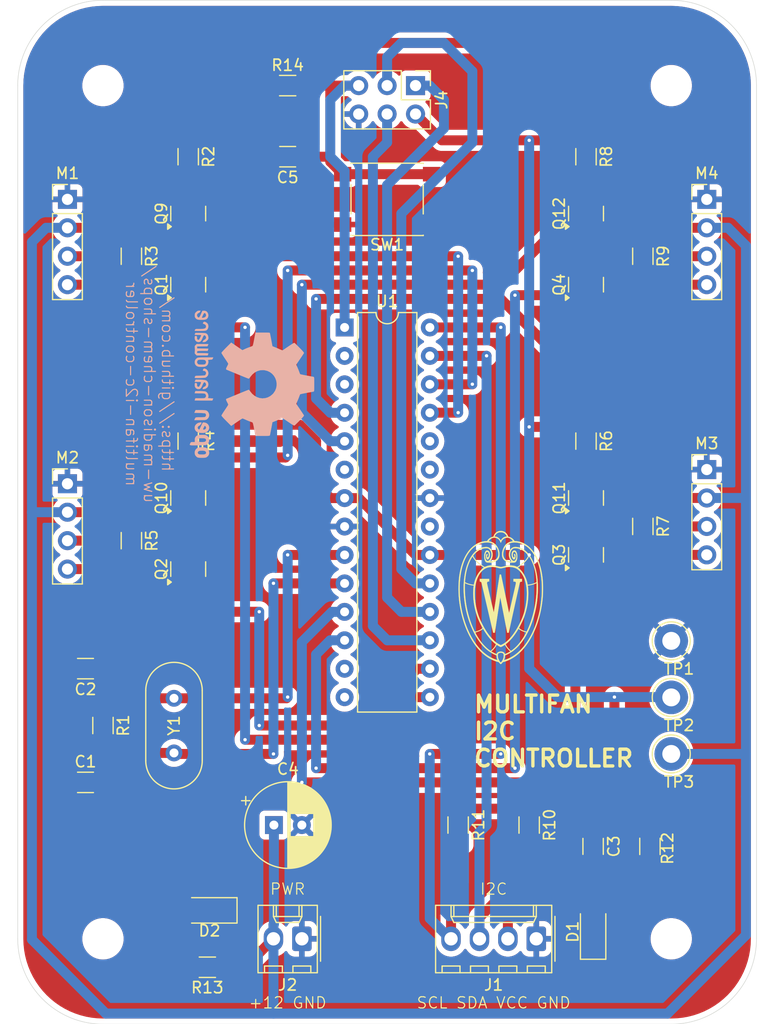
<source format=kicad_pcb>
(kicad_pcb (version 20240108) (generator "pcbnew") (generator_version "8.0")
  (title_block (title "Multifan I2C Controller") (date "2024-05-09") (rev "A") (company "University of Wisconsin-Madison") (comment 1 "Department of Chemistry") (comment 2 "Blaise Thompson") (comment 3 "blaise.thompson@wisc.edu"))
  (layers (0 "F.Cu" signal) (31 "B.Cu" signal) (34 "B.Paste" user) (35 "F.Paste" user) (36 "B.SilkS" user "B.Silkscreen") (37 "F.SilkS" user "F.Silkscreen") (38 "B.Mask" user) (39 "F.Mask" user) (44 "Edge.Cuts" user))
  (net 0 "")
  (net 1 "Net-(U1-XTAL2{slash}PB7)")
  (net 2 "GND")
  (net 3 "Net-(U1-XTAL1{slash}PB6)")
  (net 4 "VCC")
  (net 5 "+12V")
  (net 6 "RESET")
  (net 7 "Net-(D1-A)")
  (net 8 "Net-(D2-A)")
  (net 9 "MISO")
  (net 10 "SCK")
  (net 11 "MOSI")
  (net 12 "Net-(M1-Tacho)")
  (net 13 "/fan/PWM")
  (net 14 "/fan1/PWM")
  (net 15 "Net-(M2-Tacho)")
  (net 16 "/fan2/PWM")
  (net 17 "Net-(M3-Tacho)")
  (net 18 "Net-(M4-Tacho)")
  (net 19 "/fan3/PWM")
  (net 20 "/fan/TACHO")
  (net 21 "/fan1/TACHO")
  (net 22 "/fan2/TACHO")
  (net 23 "/fan3/TACHO")
  (net 24 "SDA")
  (net 25 "SCL")
  (net 34 "Net-(M1-PWM)")
  (net 35 "Net-(M2-PWM)")
  (net 36 "Net-(M3-PWM)")
  (net 37 "Net-(M4-PWM)")
  (footprint "Capacitor_SMD:C_1206_3216Metric_Pad1.33x1.80mm_HandSolder" (layer "F.Cu") (at 74.6375 113.03)
    (property "Reference" "C1" (at 0 -1.85 0) (layer "F.SilkS"))
    (property "Value" "20p")
    (pad "1" smd roundrect (at -1.5625 0) (size 1.325 1.8) (layers "F.Cu" "F.Paste" "F.Mask") (roundrect_rratio 0.188679) (net 2 "GND"))
    (pad "2" smd roundrect (at 1.5625 0) (size 1.325 1.8) (layers "F.Cu" "F.Paste" "F.Mask") (roundrect_rratio 0.188679) (net 1 "Net-(U1-XTAL2{slash}PB7)"))
  )
  (footprint "Resistor_SMD:R_1206_3216Metric" (layer "F.Cu") (at 92.71 50.8)
    (property "Reference" "R14" (at 0 -1.82 0) (layer "F.SilkS"))
    (property "Value" "4K7")
    (pad "1" smd roundrect (at -1.4625 0) (size 1.125 1.75) (layers "F.Cu" "F.Paste" "F.Mask") (roundrect_rratio 0.222222) (net 4 "VCC"))
    (pad "2" smd roundrect (at 1.4625 0) (size 1.125 1.75) (layers "F.Cu" "F.Paste" "F.Mask") (roundrect_rratio 0.222222) (net 6 "RESET"))
  )
  (footprint "Connector_PinHeader_2.54mm:PinHeader_1x04_P2.54mm_Vertical" (layer "F.Cu") (at 73.025 60.96)
    (property "Reference" "M1" (at 0 -2.33 0) (layer "F.SilkS"))
    (property "Value" "Fan_Tacho_PWM")
    (pad "1" thru_hole rect (at 0 0) (size 1.7 1.7) (drill 1) (layers "*.Cu" "*.Mask") (net 2 "GND"))
    (pad "2" thru_hole oval (at 0 2.54) (size 1.7 1.7) (drill 1) (layers "*.Cu" "*.Mask") (net 5 "+12V"))
    (pad "3" thru_hole oval (at 0 5.08) (size 1.7 1.7) (drill 1) (layers "*.Cu" "*.Mask") (net 12 "Net-(M1-Tacho)"))
    (pad "4" thru_hole oval (at 0 7.62) (size 1.7 1.7) (drill 1) (layers "*.Cu" "*.Mask") (net 34 "Net-(M1-PWM)"))
  )
  (footprint "Capacitor_SMD:C_1206_3216Metric_Pad1.33x1.80mm_HandSolder" (layer "F.Cu") (at 74.6375 102.87 180)
    (property "Reference" "C2" (at 0 -1.85 180) (layer "F.SilkS"))
    (property "Value" "20p")
    (pad "1" smd roundrect (at -1.5625 0 180) (size 1.325 1.8) (layers "F.Cu" "F.Paste" "F.Mask") (roundrect_rratio 0.188679) (net 3 "Net-(U1-XTAL1{slash}PB6)"))
    (pad "2" smd roundrect (at 1.5625 0 180) (size 1.325 1.8) (layers "F.Cu" "F.Paste" "F.Mask") (roundrect_rratio 0.188679) (net 2 "GND"))
  )
  (footprint "Resistor_SMD:R_1206_3216Metric" (layer "F.Cu") (at 114.3 116.84 -90)
    (property "Reference" "R10" (at 0 -1.82 90) (layer "F.SilkS"))
    (property "Value" "4K7")
    (pad "1" smd roundrect (at -1.4625 0 270) (size 1.125 1.75) (layers "F.Cu" "F.Paste" "F.Mask") (roundrect_rratio 0.222222) (net 4 "VCC"))
    (pad "2" smd roundrect (at 1.4625 0 270) (size 1.125 1.75) (layers "F.Cu" "F.Paste" "F.Mask") (roundrect_rratio 0.222222) (net 24 "SDA"))
  )
  (footprint "MountingHole:MountingHole_3.2mm_M3" (layer "F.Cu") (at 76.2 127)
    (property "Reference" "REF**" (hide yes))
    (property "Value" "MountingHole_3.2mm_M3" (hide yes))
    (pad "" np_thru_hole circle (at 0 0) (size 3.2 3.2) (drill 3.2) (layers "F&B.Cu" "*.Mask"))
  )
  (footprint "Resistor_SMD:R_1206_3216Metric" (layer "F.Cu") (at 83.82 82.55 -90)
    (property "Reference" "R4" (at 0 -1.82 90) (layer "F.SilkS"))
    (property "Value" "4K7")
    (pad "1" smd roundrect (at -1.4625 0 270) (size 1.125 1.75) (layers "F.Cu" "F.Paste" "F.Mask") (roundrect_rratio 0.222222) (net 4 "VCC"))
    (pad "2" smd roundrect (at 1.4625 0 270) (size 1.125 1.75) (layers "F.Cu" "F.Paste" "F.Mask") (roundrect_rratio 0.222222) (net 21 "/fan1/TACHO"))
  )
  (footprint "Resistor_SMD:R_1206_3216Metric" (layer "F.Cu") (at 76.2 107.95 -90)
    (property "Reference" "R1" (at 0 -1.82 90) (layer "F.SilkS"))
    (property "Value" "1M")
    (pad "1" smd roundrect (at -1.4625 0 270) (size 1.125 1.75) (layers "F.Cu" "F.Paste" "F.Mask") (roundrect_rratio 0.222222) (net 3 "Net-(U1-XTAL1{slash}PB6)"))
    (pad "2" smd roundrect (at 1.4625 0 270) (size 1.125 1.75) (layers "F.Cu" "F.Paste" "F.Mask") (roundrect_rratio 0.222222) (net 1 "Net-(U1-XTAL2{slash}PB7)"))
  )
  (footprint "Connector_PinHeader_2.54mm:PinHeader_1x04_P2.54mm_Vertical" (layer "F.Cu") (at 130.175 60.96)
    (property "Reference" "M4" (at 0 -2.33 0) (layer "F.SilkS"))
    (property "Value" "Fan_Tacho_PWM")
    (pad "1" thru_hole rect (at 0 0) (size 1.7 1.7) (drill 1) (layers "*.Cu" "*.Mask") (net 2 "GND"))
    (pad "2" thru_hole oval (at 0 2.54) (size 1.7 1.7) (drill 1) (layers "*.Cu" "*.Mask") (net 5 "+12V"))
    (pad "3" thru_hole oval (at 0 5.08) (size 1.7 1.7) (drill 1) (layers "*.Cu" "*.Mask") (net 18 "Net-(M4-Tacho)"))
    (pad "4" thru_hole oval (at 0 7.62) (size 1.7 1.7) (drill 1) (layers "*.Cu" "*.Mask") (net 37 "Net-(M4-PWM)"))
  )
  (footprint "Resistor_SMD:R_1206_3216Metric" (layer "F.Cu") (at 107.95 116.84 -90)
    (property "Reference" "R11" (at 0 -1.82 90) (layer "F.SilkS"))
    (property "Value" "4K7")
    (pad "1" smd roundrect (at -1.4625 0 270) (size 1.125 1.75) (layers "F.Cu" "F.Paste" "F.Mask") (roundrect_rratio 0.222222) (net 4 "VCC"))
    (pad "2" smd roundrect (at 1.4625 0 270) (size 1.125 1.75) (layers "F.Cu" "F.Paste" "F.Mask") (roundrect_rratio 0.222222) (net 25 "SCL"))
  )
  (footprint "TestPoint:TestPoint_Loop_D2.60mm_Drill1.6mm_Beaded" (layer "F.Cu") (at 127 110.49)
    (property "Reference" "TP3" (at 0.7 2.5 0) (layer "F.SilkS"))
    (property "Value" "TestPoint")
    (pad "1" thru_hole circle (at 0 0) (size 3 3) (drill 1.6) (layers "*.Cu" "*.Mask") (net 5 "+12V"))
  )
  (footprint "Package_TO_SOT_SMD:SOT-23" (layer "F.Cu") (at 83.82 62.23 90)
    (property "Reference" "Q9" (at 0 -2.4 270) (layer "F.SilkS"))
    (property "Value" "2N7002")
    (pad "1" smd roundrect (at -0.9375 -0.95 90) (size 1.475 0.6) (layers "F.Cu" "F.Paste" "F.Mask") (net 12 "Net-(M1-Tacho)"))
    (pad "2" smd roundrect (at -0.9375 0.95 90) (size 1.475 0.6) (layers "F.Cu" "F.Paste" "F.Mask") (net 2 "GND"))
    (pad "3" smd roundrect (at 0.9375 0 90) (size 1.475 0.6) (layers "F.Cu" "F.Paste" "F.Mask") (net 20 "/fan/TACHO"))
  )
  (footprint "Resistor_SMD:R_1206_3216Metric" (layer "F.Cu") (at 124.46 66.04 -90)
    (property "Reference" "R9" (at 0 -1.82 90) (layer "F.SilkS"))
    (property "Value" "4K7")
    (pad "1" smd roundrect (at -1.4625 0 270) (size 1.125 1.75) (layers "F.Cu" "F.Paste" "F.Mask") (roundrect_rratio 0.222222) (net 5 "+12V"))
    (pad "2" smd roundrect (at 1.4625 0 270) (size 1.125 1.75) (layers "F.Cu" "F.Paste" "F.Mask") (roundrect_rratio 0.222222) (net 37 "Net-(M4-PWM)"))
  )
  (footprint "MountingHole:MountingHole_3.2mm_M3" (layer "F.Cu") (at 76.2 50.8)
    (property "Reference" "REF**" (hide yes))
    (property "Value" "MountingHole_3.2mm_M3" (hide yes))
    (pad "" np_thru_hole circle (at 0 0) (size 3.2 3.2) (drill 3.2) (layers "F&B.Cu" "*.Mask"))
  )
  (footprint "Resistor_SMD:R_1206_3216Metric" (layer "F.Cu") (at 125.095 118.745 -90)
    (property "Reference" "R12" (at 0.1775 -1.575 90) (layer "F.SilkS"))
    (property "Value" "3k3")
    (pad "1" smd roundrect (at -1.4625 0 270) (size 1.125 1.75) (layers "F.Cu" "F.Paste" "F.Mask") (roundrect_rratio 0.222222) (net 4 "VCC"))
    (pad "2" smd roundrect (at 1.4625 0 270) (size 1.125 1.75) (layers "F.Cu" "F.Paste" "F.Mask") (roundrect_rratio 0.222222) (net 7 "Net-(D1-A)"))
  )
  (footprint "Package_TO_SOT_SMD:SOT-23" (layer "F.Cu") (at 119.38 68.58 90)
    (property "Reference" "Q4" (at 0 -2.4 270) (layer "F.SilkS"))
    (property "Value" "2N7002")
    (pad "1" smd roundrect (at -0.9375 -0.95 90) (size 1.475 0.6) (layers "F.Cu" "F.Paste" "F.Mask") (net 19 "/fan3/PWM"))
    (pad "2" smd roundrect (at -0.9375 0.95 90) (size 1.475 0.6) (layers "F.Cu" "F.Paste" "F.Mask") (net 2 "GND"))
    (pad "3" smd roundrect (at 0.9375 0 90) (size 1.475 0.6) (layers "F.Cu" "F.Paste" "F.Mask") (net 37 "Net-(M4-PWM)"))
  )
  (footprint "Connector_PinHeader_2.54mm:PinHeader_1x04_P2.54mm_Vertical" (layer "F.Cu") (at 130.175 85.09)
    (property "Reference" "M3" (at 0 -2.33 0) (layer "F.SilkS"))
    (property "Value" "Fan_Tacho_PWM")
    (pad "1" thru_hole rect (at 0 0) (size 1.7 1.7) (drill 1) (layers "*.Cu" "*.Mask") (net 2 "GND"))
    (pad "2" thru_hole oval (at 0 2.54) (size 1.7 1.7) (drill 1) (layers "*.Cu" "*.Mask") (net 5 "+12V"))
    (pad "3" thru_hole oval (at 0 5.08) (size 1.7 1.7) (drill 1) (layers "*.Cu" "*.Mask") (net 17 "Net-(M3-Tacho)"))
    (pad "4" thru_hole oval (at 0 7.62) (size 1.7 1.7) (drill 1) (layers "*.Cu" "*.Mask") (net 36 "Net-(M3-PWM)"))
  )
  (footprint "LED_SMD:LED_1206_3216Metric_Pad1.42x1.75mm_HandSolder" (layer "F.Cu") (at 120.015 126.365 90)
    (property "Reference" "D1" (at 0 -1.82 270) (layer "F.SilkS"))
    (property "Value" "LED")
    (pad "1" smd roundrect (at -1.4875 0 90) (size 1.425 1.75) (layers "F.Cu" "F.Paste" "F.Mask") (roundrect_rratio 0.175439) (net 2 "GND"))
    (pad "2" smd roundrect (at 1.4875 0 90) (size 1.425 1.75) (layers "F.Cu" "F.Paste" "F.Mask") (roundrect_rratio 0.175439) (net 7 "Net-(D1-A)"))
  )
  (footprint "Button_Switch_SMD:SW_Push_1P1T_NO_6x6mm_H9.5mm" (layer "F.Cu") (at 101.6 60.96 180)
    (property "Reference" "SW1" (at 0 -4.05 180) (layer "F.SilkS"))
    (property "Value" "SW_Push")
    (pad "1" smd rect (at -3.975 -2.25 180) (size 1.55 1.3) (layers "F.Cu" "F.Paste" "F.Mask") (net 2 "GND"))
    (pad "1" smd rect (at 3.975 -2.25 180) (size 1.55 1.3) (layers "F.Cu" "F.Paste" "F.Mask") (net 2 "GND"))
    (pad "2" smd rect (at -3.975 2.25 180) (size 1.55 1.3) (layers "F.Cu" "F.Paste" "F.Mask") (net 6 "RESET"))
    (pad "2" smd rect (at 3.975 2.25 180) (size 1.55 1.3) (layers "F.Cu" "F.Paste" "F.Mask") (net 6 "RESET"))
  )
  (footprint "Crystal:Crystal_HC49-U_Vertical" (layer "F.Cu") (at 82.55 110.4 90)
    (property "Reference" "Y1" (at 2.45 0 -90) (layer "F.SilkS"))
    (property "Value" "16M")
    (pad "1" thru_hole circle (at 0 0 90) (size 1.5 1.5) (drill 0.8) (layers "*.Cu" "*.Mask") (net 1 "Net-(U1-XTAL2{slash}PB7)"))
    (pad "2" thru_hole circle (at 4.88 0 90) (size 1.5 1.5) (drill 0.8) (layers "*.Cu" "*.Mask") (net 3 "Net-(U1-XTAL1{slash}PB6)"))
  )
  (footprint "Capacitor_SMD:C_1206_3216Metric_Pad1.33x1.80mm_HandSolder" (layer "F.Cu") (at 92.71 57.15 180)
    (property "Reference" "C5" (at 0 -1.85 180) (layer "F.SilkS"))
    (property "Value" "100n")
    (pad "1" smd roundrect (at -1.5625 0 180) (size 1.325 1.8) (layers "F.Cu" "F.Paste" "F.Mask") (roundrect_rratio 0.188679) (net 6 "RESET"))
    (pad "2" smd roundrect (at 1.5625 0 180) (size 1.325 1.8) (layers "F.Cu" "F.Paste" "F.Mask") (roundrect_rratio 0.188679) (net 2 "GND"))
  )
  (footprint "Connector_PinHeader_2.54mm:PinHeader_2x03_P2.54mm_Vertical" (layer "F.Cu") (at 104.14 50.8 -90)
    (property "Reference" "J4" (at 1.27 -2.33 90) (layer "F.SilkS"))
    (property "Value" "AVR-ISP-6")
    (pad "1" thru_hole rect (at 0 0 270) (size 1.7 1.7) (drill 1) (layers "*.Cu" "*.Mask") (net 9 "MISO"))
    (pad "2" thru_hole oval (at 2.54 0 270) (size 1.7 1.7) (drill 1) (layers "*.Cu" "*.Mask") (net 4 "VCC"))
    (pad "3" thru_hole oval (at 0 2.54 270) (size 1.7 1.7) (drill 1) (layers "*.Cu" "*.Mask") (net 10 "SCK"))
    (pad "4" thru_hole oval (at 2.54 2.54 270) (size 1.7 1.7) (drill 1) (layers "*.Cu" "*.Mask") (net 11 "MOSI"))
    (pad "5" thru_hole oval (at 0 5.08 270) (size 1.7 1.7) (drill 1) (layers "*.Cu" "*.Mask") (net 6 "RESET"))
    (pad "6" thru_hole oval (at 2.54 5.08 270) (size 1.7 1.7) (drill 1) (layers "*.Cu" "*.Mask") (net 2 "GND"))
  )
  (footprint "TestPoint:TestPoint_Loop_D2.60mm_Drill1.6mm_Beaded" (layer "F.Cu") (at 127 100.39)
    (property "Reference" "TP1" (at 0.7 2.5 0) (layer "F.SilkS"))
    (property "Value" "TestPoint")
    (pad "1" thru_hole circle (at 0 0) (size 3 3) (drill 1.6) (layers "*.Cu" "*.Mask") (net 2 "GND"))
  )
  (footprint "MountingHole:MountingHole_3.2mm_M3" (layer "F.Cu") (at 127 127)
    (property "Reference" "REF**" (hide yes))
    (property "Value" "MountingHole_3.2mm_M3" (hide yes))
    (pad "" np_thru_hole circle (at 0 0) (size 3.2 3.2) (drill 3.2) (layers "F&B.Cu" "*.Mask"))
  )
  (footprint "footprints:logo" (layer "F.Cu") (at 111.76 96.52)
    (property "Reference" "G***" (hide yes))
    (property "Value" "LOGO" (hide yes))
  )
  (footprint "Package_TO_SOT_SMD:SOT-23" (layer "F.Cu") (at 83.82 93.98 90)
    (property "Reference" "Q2" (at 0 -2.4 270) (layer "F.SilkS"))
    (property "Value" "2N7002")
    (pad "1" smd roundrect (at -0.9375 -0.95 90) (size 1.475 0.6) (layers "F.Cu" "F.Paste" "F.Mask") (net 14 "/fan1/PWM"))
    (pad "2" smd roundrect (at -0.9375 0.95 90) (size 1.475 0.6) (layers "F.Cu" "F.Paste" "F.Mask") (net 2 "GND"))
    (pad "3" smd roundrect (at 0.9375 0 90) (size 1.475 0.6) (layers "F.Cu" "F.Paste" "F.Mask") (net 35 "Net-(M2-PWM)"))
  )
  (footprint "Resistor_SMD:R_1206_3216Metric" (layer "F.Cu") (at 83.82 57.15 -90)
    (property "Reference" "R2" (at 0 -1.82 90) (layer "F.SilkS"))
    (property "Value" "4K7")
    (pad "1" smd roundrect (at -1.4625 0 270) (size 1.125 1.75) (layers "F.Cu" "F.Paste" "F.Mask") (roundrect_rratio 0.222222) (net 4 "VCC"))
    (pad "2" smd roundrect (at 1.4625 0 270) (size 1.125 1.75) (layers "F.Cu" "F.Paste" "F.Mask") (roundrect_rratio 0.222222) (net 20 "/fan/TACHO"))
  )
  (footprint "Package_DIP:DIP-28_W7.62mm" (layer "F.Cu") (at 97.8 72.4)
    (property "Reference" "U1" (at 3.81 -2.33 0) (layer "F.SilkS"))
    (property "Value" "ATmega328-P")
    (pad "1" thru_hole rect (at 0 0) (size 1.6 1.6) (drill 0.8) (layers "*.Cu" "*.Mask") (net 6 "RESET"))
    (pad "2" thru_hole oval (at 0 2.54) (size 1.6 1.6) (drill 0.8) (layers "*.Cu" "*.Mask"))
    (pad "3" thru_hole oval (at 0 5.08) (size 1.6 1.6) (drill 0.8) (layers "*.Cu" "*.Mask"))
    (pad "4" thru_hole oval (at 0 7.62) (size 1.6 1.6) (drill 0.8) (layers "*.Cu" "*.Mask") (net 22 "/fan2/TACHO"))
    (pad "5" thru_hole oval (at 0 10.16) (size 1.6 1.6) (drill 0.8) (layers "*.Cu" "*.Mask") (net 23 "/fan3/TACHO"))
    (pad "6" thru_hole oval (at 0 12.7) (size 1.6 1.6) (drill 0.8) (layers "*.Cu" "*.Mask"))
    (pad "7" thru_hole oval (at 0 15.24) (size 1.6 1.6) (drill 0.8) (layers "*.Cu" "*.Mask") (net 4 "VCC"))
    (pad "8" thru_hole oval (at 0 17.78) (size 1.6 1.6) (drill 0.8) (layers "*.Cu" "*.Mask") (net 2 "GND"))
    (pad "9" thru_hole oval (at 0 20.32) (size 1.6 1.6) (drill 0.8) (layers "*.Cu" "*.Mask") (net 3 "Net-(U1-XTAL1{slash}PB6)"))
    (pad "10" thru_hole oval (at 0 22.86) (size 1.6 1.6) (drill 0.8) (layers "*.Cu" "*.Mask") (net 1 "Net-(U1-XTAL2{slash}PB7)"))
    (pad "11" thru_hole oval (at 0 25.4) (size 1.6 1.6) (drill 0.8) (layers "*.Cu" "*.Mask") (net 16 "/fan2/PWM"))
    (pad "12" thru_hole oval (at 0 27.94) (size 1.6 1.6) (drill 0.8) (layers "*.Cu" "*.Mask") (net 19 "/fan3/PWM"))
    (pad "13" thru_hole oval (at 0 30.48) (size 1.6 1.6) (drill 0.8) (layers "*.Cu" "*.Mask"))
    (pad "14" thru_hole oval (at 0 33.02) (size 1.6 1.6) (drill 0.8) (layers "*.Cu" "*.Mask"))
    (pad "15" thru_hole oval (at 7.62 33.02) (size 1.6 1.6) (drill 0.8) (layers "*.Cu" "*.Mask") (net 13 "/fan/PWM"))
    (pad "16" thru_hole oval (at 7.62 30.48) (size 1.6 1.6) (drill 0.8) (layers "*.Cu" "*.Mask") (net 14 "/fan1/PWM"))
    (pad "17" thru_hole oval (at 7.62 27.94) (size 1.6 1.6) (drill 0.8) (layers "*.Cu" "*.Mask") (net 11 "MOSI"))
    (pad "18" thru_hole oval (at 7.62 25.4) (size 1.6 1.6) (drill 0.8) (layers "*.Cu" "*.Mask") (net 9 "MISO"))
    (pad "19" thru_hole oval (at 7.62 22.86) (size 1.6 1.6) (drill 0.8) (layers "*.Cu" "*.Mask") (net 10 "SCK"))
    (pad "20" thru_hole oval (at 7.62 20.32) (size 1.6 1.6) (drill 0.8) (layers "*.Cu" "*.Mask") (net 4 "VCC"))
    (pad "21" thru_hole oval (at 7.62 17.78) (size 1.6 1.6) (drill 0.8) (layers "*.Cu" "*.Mask"))
    (pad "22" thru_hole oval (at 7.62 15.24) (size 1.6 1.6) (drill 0.8) (layers "*.Cu" "*.Mask") (net 2 "GND"))
    (pad "23" thru_hole oval (at 7.62 12.7) (size 1.6 1.6) (drill 0.8) (layers "*.Cu" "*.Mask"))
    (pad "24" thru_hole oval (at 7.62 10.16) (size 1.6 1.6) (drill 0.8) (layers "*.Cu" "*.Mask"))
    (pad "25" thru_hole oval (at 7.62 7.62) (size 1.6 1.6) (drill 0.8) (layers "*.Cu" "*.Mask") (net 20 "/fan/TACHO"))
    (pad "26" thru_hole oval (at 7.62 5.08) (size 1.6 1.6) (drill 0.8) (layers "*.Cu" "*.Mask") (net 21 "/fan1/TACHO"))
    (pad "27" thru_hole oval (at 7.62 2.54) (size 1.6 1.6) (drill 0.8) (layers "*.Cu" "*.Mask") (net 24 "SDA"))
    (pad "28" thru_hole oval (at 7.62 0) (size 1.6 1.6) (drill 0.8) (layers "*.Cu" "*.Mask") (net 25 "SCL"))
  )
  (footprint "Resistor_SMD:R_1206_3216Metric" (layer "F.Cu") (at 78.74 91.44 -90)
    (property "Reference" "R5" (at 0 -1.82 90) (layer "F.SilkS"))
    (property "Value" "4K7")
    (pad "1" smd roundrect (at -1.4625 0 270) (size 1.125 1.75) (layers "F.Cu" "F.Paste" "F.Mask") (roundrect_rratio 0.222222) (net 5 "+12V"))
    (pad "2" smd roundrect (at 1.4625 0 270) (size 1.125 1.75) (layers "F.Cu" "F.Paste" "F.Mask") (roundrect_rratio 0.222222) (net 35 "Net-(M2-PWM)"))
  )
  (footprint "TestPoint:TestPoint_Loop_D2.60mm_Drill1.6mm_Beaded" (layer "F.Cu") (at 127 105.44)
    (property "Reference" "TP2" (at 0.7 2.5 0) (layer "F.SilkS"))
    (property "Value" "TestPoint")
    (pad "1" thru_hole circle (at 0 0) (size 3 3) (drill 1.6) (layers "*.Cu" "*.Mask") (net 4 "VCC"))
  )
  (footprint "Connector_Molex:Molex_KK-254_AE-6410-02A_1x02_P2.54mm_Vertical" (layer "F.Cu") (at 93.98 127 180)
    (property "Reference" "J2" (at 1.27 -4.12 180) (layer "F.SilkS"))
    (property "Value" "Conn_01x02")
    (pad "1" thru_hole roundrect (at 0 0 180) (size 1.74 2.19) (drill 1.19) (layers "*.Cu" "*.Mask") (roundrect_rratio 0.143678) (net 2 "GND"))
    (pad "2" thru_hole oval (at 2.54 0 180) (size 1.74 2.19) (drill 1.19) (layers "*.Cu" "*.Mask") (net 5 "+12V"))
  )
  (footprint "Package_TO_SOT_SMD:SOT-23" (layer "F.Cu") (at 119.38 62.23 90)
    (property "Reference" "Q12" (at 0 -2.4 270) (layer "F.SilkS"))
    (property "Value" "2N7002")
    (pad "1" smd roundrect (at -0.9375 -0.95 90) (size 1.475 0.6) (layers "F.Cu" "F.Paste" "F.Mask") (net 18 "Net-(M4-Tacho)"))
    (pad "2" smd roundrect (at -0.9375 0.95 90) (size 1.475 0.6) (layers "F.Cu" "F.Paste" "F.Mask") (net 2 "GND"))
    (pad "3" smd roundrect (at 0.9375 0 90) (size 1.475 0.6) (layers "F.Cu" "F.Paste" "F.Mask") (net 23 "/fan3/TACHO"))
  )
  (footprint "Package_TO_SOT_SMD:SOT-23" (layer "F.Cu") (at 83.82 68.58 90)
    (property "Reference" "Q1" (at 0 -2.4 270) (layer "F.SilkS"))
    (property "Value" "2N7002")
    (pad "1" smd roundrect (at -0.9375 -0.95 90) (size 1.475 0.6) (layers "F.Cu" "F.Paste" "F.Mask") (net 13 "/fan/PWM"))
    (pad "2" smd roundrect (at -0.9375 0.95 90) (size 1.475 0.6) (layers "F.Cu" "F.Paste" "F.Mask") (net 2 "GND"))
    (pad "3" smd roundrect (at 0.9375 0 90) (size 1.475 0.6) (layers "F.Cu" "F.Paste" "F.Mask") (net 34 "Net-(M1-PWM)"))
  )
  (footprint "Resistor_SMD:R_1206_3216Metric" (layer "F.Cu") (at 124.46 90.17 -90)
    (property "Reference" "R7" (at 0 -1.82 90) (layer "F.SilkS"))
    (property "Value" "4K7")
    (pad "1" smd roundrect (at -1.4625 0 270) (size 1.125 1.75) (layers "F.Cu" "F.Paste" "F.Mask") (roundrect_rratio 0.222222) (net 5 "+12V"))
    (pad "2" smd roundrect (at 1.4625 0 270) (size 1.125 1.75) (layers "F.Cu" "F.Paste" "F.Mask") (roundrect_rratio 0.222222) (net 36 "Net-(M3-PWM)"))
  )
  (footprint "Package_TO_SOT_SMD:SOT-23" (layer "F.Cu") (at 119.38 92.71 90)
    (property "Reference" "Q3" (at 0 -2.4 270) (layer "F.SilkS"))
    (property "Value" "2N7002")
    (pad "1" smd roundrect (at -0.9375 -0.95 90) (size 1.475 0.6) (layers "F.Cu" "F.Paste" "F.Mask") (net 16 "/fan2/PWM"))
    (pad "2" smd roundrect (at -0.9375 0.95 90) (size 1.475 0.6) (layers "F.Cu" "F.Paste" "F.Mask") (net 2 "GND"))
    (pad "3" smd roundrect (at 0.9375 0 90) (size 1.475 0.6) (layers "F.Cu" "F.Paste" "F.Mask") (net 36 "Net-(M3-PWM)"))
  )
  (footprint "Resistor_SMD:R_1206_3216Metric" (layer "F.Cu") (at 119.38 57.15 -90)
    (property "Reference" "R8" (at 0 -1.82 90) (layer "F.SilkS"))
    (property "Value" "4K7")
    (pad "1" smd roundrect (at -1.4625 0 270) (size 1.125 1.75) (layers "F.Cu" "F.Paste" "F.Mask") (roundrect_rratio 0.222222) (net 4 "VCC"))
    (pad "2" smd roundrect (at 1.4625 0 270) (size 1.125 1.75) (layers "F.Cu" "F.Paste" "F.Mask") (roundrect_rratio 0.222222) (net 23 "/fan3/TACHO"))
  )
  (footprint "MountingHole:MountingHole_3.2mm_M3" (layer "F.Cu") (at 127 50.8)
    (property "Reference" "REF**" (hide yes))
    (property "Value" "MountingHole_3.2mm_M3" (hide yes))
    (pad "" np_thru_hole circle (at 0 0) (size 3.2 3.2) (drill 3.2) (layers "F&B.Cu" "*.Mask"))
  )
  (footprint "Capacitor_THT:CP_Radial_D7.5mm_P2.50mm" (layer "F.Cu") (at 91.48 116.84)
    (property "Reference" "C4" (at 1.25 -5 0) (layer "F.SilkS"))
    (property "Value" "100u")
    (pad "1" thru_hole rect (at 0 0) (size 1.6 1.6) (drill 0.8) (layers "*.Cu" "*.Mask") (net 5 "+12V"))
    (pad "2" thru_hole circle (at 2.5 0) (size 1.6 1.6) (drill 0.8) (layers "*.Cu" "*.Mask") (net 2 "GND"))
  )
  (footprint "Resistor_SMD:R_1206_3216Metric" (layer "F.Cu") (at 78.74 66.04 -90)
    (property "Reference" "R3" (at 0 -1.82 90) (layer "F.SilkS"))
    (property "Value" "4K7")
    (pad "1" smd roundrect (at -1.4625 0 270) (size 1.125 1.75) (layers "F.Cu" "F.Paste" "F.Mask") (roundrect_rratio 0.222222) (net 5 "+12V"))
    (pad "2" smd roundrect (at 1.4625 0 270) (size 1.125 1.75) (layers "F.Cu" "F.Paste" "F.Mask") (roundrect_rratio 0.222222) (net 34 "Net-(M1-PWM)"))
  )
  (footprint "Package_TO_SOT_SMD:SOT-23" (layer "F.Cu") (at 83.82 87.63 90)
    (property "Reference" "Q10" (at 0 -2.4 270) (layer "F.SilkS"))
    (property "Value" "2N7002")
    (pad "1" smd roundrect (at -0.9375 -0.95 90) (size 1.475 0.6) (layers "F.Cu" "F.Paste" "F.Mask") (net 15 "Net-(M2-Tacho)"))
    (pad "2" smd roundrect (at -0.9375 0.95 90) (size 1.475 0.6) (layers "F.Cu" "F.Paste" "F.Mask") (net 2 "GND"))
    (pad "3" smd roundrect (at 0.9375 0 90) (size 1.475 0.6) (layers "F.Cu" "F.Paste" "F.Mask") (net 21 "/fan1/TACHO"))
  )
  (footprint "LED_SMD:LED_1206_3216Metric_Pad1.42x1.75mm_HandSolder" (layer "F.Cu") (at 85.725 124.46 180)
    (property "Reference" "D2" (at 0 -1.82 180) (layer "F.SilkS"))
    (property "Value" "LED")
    (pad "1" smd roundrect (at -1.4875 0 180) (size 1.425 1.75) (layers "F.Cu" "F.Paste" "F.Mask") (roundrect_rratio 0.175439) (net 2 "GND"))
    (pad "2" smd roundrect (at 1.4875 0 180) (size 1.425 1.75) (layers "F.Cu" "F.Paste" "F.Mask") (roundrect_rratio 0.175439) (net 8 "Net-(D2-A)"))
  )
  (footprint "Connector_Molex:Molex_KK-254_AE-6410-04A_1x04_P2.54mm_Vertical" (layer "F.Cu") (at 114.935 127 180)
    (property "Reference" "J1" (at 3.81 -4.12 180) (layer "F.SilkS"))
    (property "Value" "I2C")
    (pad "1" thru_hole roundrect (at 0 0 180) (size 1.74 2.19) (drill 1.19) (layers "*.Cu" "*.Mask") (roundrect_rratio 0.143678) (net 2 "GND"))
    (pad "2" thru_hole oval (at 2.54 0 180) (size 1.74 2.19) (drill 1.19) (layers "*.Cu" "*.Mask") (net 4 "VCC"))
    (pad "3" thru_hole oval (at 5.08 0 180) (size 1.74 2.19) (drill 1.19) (layers "*.Cu" "*.Mask") (net 24 "SDA"))
    (pad "4" thru_hole oval (at 7.62 0 180) (size 1.74 2.19) (drill 1.19) (layers "*.Cu" "*.Mask") (net 25 "SCL"))
  )
  (footprint "Package_TO_SOT_SMD:SOT-23" (layer "F.Cu") (at 119.38 87.63 90)
    (property "Reference" "Q11" (at 0 -2.4 270) (layer "F.SilkS"))
    (property "Value" "2N7002")
    (pad "1" smd roundrect (at -0.9375 -0.95 90) (size 1.475 0.6) (layers "F.Cu" "F.Paste" "F.Mask") (net 17 "Net-(M3-Tacho)"))
    (pad "2" smd roundrect (at -0.9375 0.95 90) (size 1.475 0.6) (layers "F.Cu" "F.Paste" "F.Mask") (net 2 "GND"))
    (pad "3" smd roundrect (at 0.9375 0 90) (size 1.475 0.6) (layers "F.Cu" "F.Paste" "F.Mask") (net 22 "/fan2/TACHO"))
  )
  (footprint "Connector_PinHeader_2.54mm:PinHeader_1x04_P2.54mm_Vertical" (layer "F.Cu") (at 73.025 86.36)
    (property "Reference" "M2" (at 0 -2.33 0) (layer "F.SilkS"))
    (property "Value" "Fan_Tacho_PWM")
    (pad "1" thru_hole rect (at 0 0) (size 1.7 1.7) (drill 1) (layers "*.Cu" "*.Mask") (net 2 "GND"))
    (pad "2" thru_hole oval (at 0 2.54) (size 1.7 1.7) (drill 1) (layers "*.Cu" "*.Mask") (net 5 "+12V"))
    (pad "3" thru_hole oval (at 0 5.08) (size 1.7 1.7) (drill 1) (layers "*.Cu" "*.Mask") (net 15 "Net-(M2-Tacho)"))
    (pad "4" thru_hole oval (at 0 7.62) (size 1.7 1.7) (drill 1) (layers "*.Cu" "*.Mask") (net 35 "Net-(M2-PWM)"))
  )
  (footprint "Resistor_SMD:R_1206_3216Metric" (layer "F.Cu") (at 85.5325 129.54 180)
    (property "Reference" "R13" (at 0 -1.82 180) (layer "F.SilkS"))
    (property "Value" "1k")
    (pad "1" smd roundrect (at -1.4625 0 180) (size 1.125 1.75) (layers "F.Cu" "F.Paste" "F.Mask") (roundrect_rratio 0.222222) (net 5 "+12V"))
    (pad "2" smd roundrect (at 1.4625 0 180) (size 1.125 1.75) (layers "F.Cu" "F.Paste" "F.Mask") (roundrect_rratio 0.222222) (net 8 "Net-(D2-A)"))
  )
  (footprint "Resistor_SMD:R_1206_3216Metric" (layer "F.Cu") (at 119.38 82.55 -90)
    (property "Reference" "R6" (at 0 -1.82 90) (layer "F.SilkS"))
    (property "Value" "4K7")
    (pad "1" smd roundrect (at -1.4625 0 270) (size 1.125 1.75) (layers "F.Cu" "F.Paste" "F.Mask") (roundrect_rratio 0.222222) (net 4 "VCC"))
    (pad "2" smd roundrect (at 1.4625 0 270) (size 1.125 1.75) (layers "F.Cu" "F.Paste" "F.Mask") (roundrect_rratio 0.222222) (net 22 "/fan2/TACHO"))
  )
  (footprint "Capacitor_SMD:C_1206_3216Metric_Pad1.33x1.80mm_HandSolder" (layer "F.Cu") (at 120.015 118.745 -90)
    (property "Reference" "C3" (at 0 -1.85 90) (layer "F.SilkS"))
    (property "Value" "10u")
    (pad "1" smd roundrect (at -1.5625 0 270) (size 1.325 1.8) (layers "F.Cu" "F.Paste" "F.Mask") (roundrect_rratio 0.188679) (net 4 "VCC"))
    (pad "2" smd roundrect (at 1.5625 0 270) (size 1.325 1.8) (layers "F.Cu" "F.Paste" "F.Mask") (roundrect_rratio 0.188679) (net 2 "GND"))
  )
  (footprint "Symbol:OSHW-Logo2_14.6x12mm_SilkScreen" (layer "B.Cu") (at 89.535 77.47 90)
    (property "Reference" "REF**" (hide yes))
    (property "Value" "OSHW-Logo2_14.6x12mm_SilkScreen" (hide yes))
  )
  (gr_line (start 76.2 134.62) (end 127 134.62) (stroke (width 0.05)) (layer "Edge.Cuts"))
  (gr_arc (start 134.62 127) (mid 132.388154 132.388154) (end 127 134.62) (stroke (width 0.05)) (layer "Edge.Cuts"))
  (gr_line (start 127 43.18) (end 76.2 43.18) (stroke (width 0.05)) (layer "Edge.Cuts"))
  (gr_line (start 68.58 50.8) (end 68.58 127) (stroke (width 0.05)) (layer "Edge.Cuts"))
  (gr_line (start 134.62 127) (end 134.62 50.8) (stroke (width 0.05)) (layer "Edge.Cuts"))
  (gr_arc (start 76.2 134.62) (mid 70.811846 132.388154) (end 68.58 127) (stroke (width 0.05)) (layer "Edge.Cuts"))
  (gr_arc (start 127 43.18) (mid 132.388154 45.411846) (end 134.62 50.8) (stroke (width 0.05)) (layer "Edge.Cuts"))
  (gr_arc (start 68.58 50.8) (mid 70.811846 45.411846) (end 76.2 43.18) (stroke (width 0.05)) (layer "Edge.Cuts"))
  (gr_text "https://github.com/\nuw-madison-chem-shops/\nmultifan-i2c-controller" (at 82.55 77.47 -90) (layer "B.SilkS") (effects (font (size 1 1) (thickness 0.1)) (justify top mirror)))
  (gr_text "SCL SDA VCC GND" (at 111.125 132.715 0) (layer "F.SilkS") (effects (font (size 1 1) (thickness 0.1))))
  (gr_text "PWR" (at 92.71 122.555 0) (layer "F.SilkS") (effects (font (size 1 1) (thickness 0.1))))
  (gr_text "MULTIFAN\nI2C\nCONTROLLER" (at 109.22 111.76 0) (layer "F.SilkS") (effects (font (size 1.5 1.5) (thickness 0.3) (bold yes)) (justify left bottom)))
  (gr_text "I2C" (at 111.125 122.555 0) (layer "F.SilkS") (effects (font (size 1 1) (thickness 0.1))))
  (gr_text "+12 GND" (at 92.71 132.715 0) (layer "F.SilkS") (effects (font (size 1 1) (thickness 0.1))))
  (segment (start 82.64 110.49) (end 82.55 110.4) (width 0.889) (layer "F.Cu") (net 1))
  (segment (start 91.44 110.49) (end 82.64 110.49) (width 0.889) (layer "F.Cu") (net 1))
  (segment (start 82.55 110.4) (end 77.1875 110.4) (width 0.889) (layer "F.Cu") (net 1))
  (segment (start 77.1875 110.4) (end 76.2 109.4125) (width 0.889) (layer "F.Cu") (net 1))
  (segment (start 76.2 113.03) (end 76.2 109.4125) (width 0.889) (layer "F.Cu") (net 1))
  (segment (start 91.45 95.26) (end 91.44 95.25) (width 0.889) (layer "F.Cu") (net 1))
  (segment (start 97.8 95.26) (end 91.45 95.26) (width 0.889) (layer "F.Cu") (net 1))
  (via (at 91.44 95.25) (size 0.6) (drill 0.3) (layers "F.Cu" "B.Cu") (net 1))
  (via (at 91.44 110.49) (size 0.6) (drill 0.3) (layers "F.Cu" "B.Cu") (net 1))
  (segment (start 91.44 95.25) (end 91.44 110.49) (width 0.889) (layer "B.Cu") (net 1))
  (segment (start 82.55 105.52) (end 92.6 105.52) (width 0.889) (layer "F.Cu") (net 3))
  (segment (start 97.8 92.72) (end 92.72 92.72) (width 0.889) (layer "F.Cu") (net 3))
  (segment (start 92.72 92.72) (end 92.71 92.71) (width 0.889) (layer "F.Cu") (net 3))
  (segment (start 92.6 105.52) (end 92.71 105.41) (width 0.889) (layer "F.Cu") (net 3))
  (segment (start 76.2 106.4875) (end 76.2 102.87) (width 0.889) (layer "F.Cu") (net 3))
  (segment (start 77.1675 105.52) (end 76.2 106.4875) (width 0.889) (layer "F.Cu") (net 3))
  (segment (start 82.55 105.52) (end 77.1675 105.52) (width 0.889) (layer "F.Cu") (net 3))
  (via (at 92.71 92.71) (size 0.6) (drill 0.3) (layers "F.Cu" "B.Cu") (net 3))
  (via (at 92.71 105.41) (size 0.6) (drill 0.3) (layers "F.Cu" "B.Cu") (net 3))
  (segment (start 92.71 92.71) (end 92.71 105.41) (width 0.889) (layer "B.Cu") (net 3))
  (segment (start 124.36 117.1825) (end 124.46 117.2825) (width 0.889) (layer "F.Cu") (net 4))
  (segment (start 118.11 46.99) (end 119.38 48.26) (width 0.889) (layer "F.Cu") (net 4))
  (segment (start 118.11 115.3775) (end 117.9175 115.3775) (width 0.889) (layer "F.Cu") (net 4))
  (segment (start 97.79 87.63) (end 97.8 87.64) (width 0.889) (layer "F.Cu") (net 4))
  (segment (start 104.15 92.72) (end 99.07 87.64) (width 0.889) (layer "F.Cu") (net 4))
  (segment (start 119.38 48.26) (end 119.38 55.6875) (width 0.889) (layer "F.Cu") (net 4))
  (segment (start 120.015 117.1825) (end 118.21 115.3775) (width 0.889) (layer "F.Cu") (net 4))
  (segment (start 92.71 46.99) (end 118.11 46.99) (width 0.889) (layer "F.Cu") (net 4))
  (segment (start 121.92 110.49) (end 121.92 105.41) (width 0.889) (layer "F.Cu") (net 4))
  (segment (start 118.11 115.3775) (end 118.11 114.3) (width 0.889) (layer "F.Cu") (net 4))
  (segment (start 105.42 92.72) (end 114.29 92.72) (width 0.889) (layer "F.Cu") (net 4))
  (segment (start 114.29 92.72) (end 114.3 92.71) (width 0.889) (layer "F.Cu") (net 4))
  (segment (start 91.2475 50.8) (end 91.2475 48.4525) (width 0.889) (layer "F.Cu") (net 4))
  (segment (start 114.3 81.28) (end 119.1875 81.28) (width 0.889) (layer "F.Cu") (net 4))
  (segment (start 83.82 81.0875) (end 93.7875 81.0875) (width 0.889) (layer "F.Cu") (net 4))
  (segment (start 95.25 82.55) (end 95.25 86.36) (width 0.889) (layer "F.Cu") (net 4))
  (segment (start 99.07 87.64) (end 97.8 87.64) (width 0.889) (layer "F.Cu") (net 4))
  (segment (start 107.95 115.3775) (end 117.9175 115.3775) (width 0.889) (layer "F.Cu") (net 4))
  (segment (start 96.53 87.64) (end 97.8 87.64) (width 0.889) (layer "F.Cu") (net 4))
  (segment (start 118.21 115.3775) (end 118.11 115.3775) (width 0.889) (layer "F.Cu") (net 4))
  (segment (start 105.42 92.72) (end 104.15 92.72) (width 0.889) (layer "F.Cu") (net 4))
  (segment (start 112.395 124.8025) (end 120.015 117.1825) (width 0.889) (layer "F.Cu") (net 4))
  (segment (start 112.395 127) (end 112.395 124.8025) (width 0.889) (layer "F.Cu") (net 4))
  (segment (start 119.1875 81.28) (end 119.38 81.0875) (width 0.889) (layer "F.Cu") (net 4))
  (segment (start 95.25 86.36) (end 96.53 87.64) (width 0.889) (layer "F.Cu") (net 4))
  (segment (start 91.2475 48.4525) (end 92.71 46.99) (width 0.889) (layer "F.Cu") (net 4))
  (segment (start 91.2475 50.8) (end 86.36 55.6875) (width 0.889) (layer "F.Cu") (net 4))
  (segment (start 114.3 55.6875) (end 106.4875 55.6875) (width 0.889) (layer "F.Cu") (net 4))
  (segment (start 119.38 55.6875) (end 114.3 55.6875) (width 0.889) (layer "F.Cu") (net 4))
  (segment (start 106.4875 55.6875) (end 104.14 53.34) (width 0.889) (layer "F.Cu") (net 4))
  (segment (start 120.015 117.1825) (end 124.36 117.1825) (width 0.889) (layer "F.Cu") (net 4))
  (segment (start 93.7875 81.0875) (end 95.25 82.55) (width 0.889) (layer "F.Cu") (net 4))
  (segment (start 118.11 114.3) (end 121.92 110.49) (width 0.889) (layer "F.Cu") (net 4))
  (segment (start 86.36 55.6875) (end 83.82 55.6875) (width 0.889) (layer "F.Cu") (net 4))
  (via (at 114.3 92.71) (size 0.6) (drill 0.3) (layers "F.Cu" "B.Cu") (net 4))
  (via (at 114.3 55.6875) (size 0.6) (drill 0.3) (layers "F.Cu" "B.Cu") (net 4))
  (via (at 121.92 105.41) (size 0.6) (drill 0.3) (layers "F.Cu" "B.Cu") (net 4))
  (via (at 114.3 81.28) (size 0.6) (drill 0.3) (layers "F.Cu" "B.Cu") (net 4))
  (segment (start 114.3 92.71) (end 114.3 81.28) (width 0.889) (layer "B.Cu") (net 4))
  (segment (start 121.92 105.41) (end 126.97 105.41) (width 0.889) (layer "B.Cu") (net 4))
  (segment (start 116.84 105.41) (end 121.92 105.41) (width 0.889) (layer "B.Cu") (net 4))
  (segment (start 114.3 92.71) (end 114.3 102.87) (width 0.889) (layer "B.Cu") (net 4))
  (segment (start 126.97 105.41) (end 127 105.44) (width 0.889) (layer "B.Cu") (net 4))
  (segment (start 114.3 81.28) (end 114.3 55.6875) (width 0.889) (layer "B.Cu") (net 4))
  (segment (start 114.3 102.87) (end 116.84 105.41) (width 0.889) (layer "B.Cu") (net 4))
  (segment (start 125.5375 87.63) (end 124.46 88.7075) (width 0.889) (layer "F.Cu") (net 5))
  (segment (start 86.995 129.54) (end 88.9 129.54) (width 0.889) (layer "F.Cu") (net 5))
  (segment (start 130.175 63.5) (end 125.5375 63.5) (width 0.889) (layer "F.Cu") (net 5))
  (segment (start 77.6625 88.9) (end 78.74 89.9775) (width 0.889) (layer "F.Cu") (net 5))
  (segment (start 73.025 88.9) (end 77.6625 88.9) (width 0.889) (layer "F.Cu") (net 5))
  (segment (start 88.9 129.54) (end 91.44 127) (width 0.889) (layer "F.Cu") (net 5))
  (segment (start 77.6625 63.5) (end 78.74 64.5775) (width 0.889) (layer "F.Cu") (net 5))
  (segment (start 125.5375 63.5) (end 124.46 64.5775) (width 0.889) (layer "F.Cu") (net 5))
  (segment (start 130.175 87.63) (end 125.5375 87.63) (width 0.889) (layer "F.Cu") (net 5))
  (segment (start 73.025 63.5) (end 77.6625 63.5) (width 0.889) (layer "F.Cu") (net 5))
  (segment (start 69.85 88.9) (end 69.85 127.065725) (width 0.889) (layer "B.Cu") (net 5))
  (segment (start 73.025 88.9) (end 69.85 88.9) (width 0.889) (layer "B.Cu") (net 5))
  (segment (start 76.459775 133.6755) (end 91.44 133.6755) (width 0.889) (layer "B.Cu") (net 5))
  (segment (start 91.48 125.69) (end 91.48 116.84) (width 0.889) (layer "B.Cu") (net 5))
  (segment (start 91.44 127) (end 91.44 125.73) (width 0.889) (layer "B.Cu") (net 5))
  (segment (start 133.6755 87.63) (end 133.6755 65.0955) (width 0.889) (layer "B.Cu") (net 5))
  (segment (start 130.175 87.63) (end 133.6755 87.63) (width 0.889) (layer "B.Cu") (net 5))
  (segment (start 91.44 125.73) (end 91.48 125.69) (width 0.889) (layer "B.Cu") (net 5))
  (segment (start 91.44 133.6755) (end 126.6745 133.6755) (width 0.889) (layer "B.Cu") (net 5))
  (segment (start 127 110.49) (end 133.6755 110.49) (width 0.889) (layer "B.Cu") (net 5))
  (segment (start 69.85 64.77) (end 69.85 88.9) (width 0.889) (layer "B.Cu") (net 5))
  (segment (start 133.6755 126.6745) (end 133.6755 114.3) (width 0.889) (layer "B.Cu") (net 5))
  (segment (start 91.44 127) (end 91.44 133.6755) (width 0.889) (layer "B.Cu") (net 5))
  (segment (start 130.175 63.5) (end 132.08 63.5) (width 0.889) (layer "B.Cu") (net 5))
  (segment (start 73.025 63.5) (end 71.12 63.5) (width 0.889) (layer "B.Cu") (net 5))
  (segment (start 71.12 63.5) (end 69.85 64.77) (width 0.889) (layer "B.Cu") (net 5))
  (segment (start 69.85 127.065725) (end 76.459775 133.6755) (width 0.889) (layer "B.Cu") (net 5))
  (segment (start 126.6745 133.6755) (end 133.6755 126.6745) (width 0.889) (layer "B.Cu") (net 5))
  (segment (start 133.6755 65.0955) (end 132.08 63.5) (width 0.889) (layer "B.Cu") (net 5))
  (segment (start 133.6755 114.3) (end 133.6755 87.63) (width 0.889) (layer "B.Cu") (net 5))
  (segment (start 96.52 50.8) (end 94.1725 50.8) (width 0.889) (layer "F.Cu") (net 6))
  (segment (start 97.625 58.71) (end 105.575 58.71) (width 0.889) (layer "F.Cu") (net 6))
  (segment (start 99.06 50.8) (end 96.52 50.8) (width 0.889) (layer "F.Cu") (net 6))
  (segment (start 96.52 57.605) (end 97.625 58.71) (width 0.889) (layer "F.Cu") (net 6))
  (segment (start 96.52 50.8) (end 96.52 57.605) (width 0.889) (layer "F.Cu") (net 6))
  (segment (start 97.8 72.4) (end 97.8 72.38) (width 0.889) (layer "F.Cu") (net 6))
  (segment (start 94.2725 57.15) (end 96.52 57.15) (width 0.889) (layer "F.Cu") (net 6))
  (segment (start 97.8 58.43) (end 96.52 57.15) (width 0.889) (layer "B.Cu") (net 6))
  (segment (start 96.52 57.15) (end 96.52 52.07) (width 0.889) (layer "B.Cu") (net 6))
  (segment (start 97.8 72.4) (end 97.8 58.43) (width 0.889) (layer "B.Cu") (net 6))
  (segment (start 96.52 52.07) (end 97.79 50.8) (width 0.889) (layer "B.Cu") (net 6))
  (segment (start 97.79 50.8) (end 99.06 50.8) (width 0.889) (layer "B.Cu") (net 6))
  (segment (start 120.425 124.8775) (end 125.095 120.2075) (width 0.889) (layer "F.Cu") (net 7))
  (segment (start 120.015 124.8775) (end 120.425 124.8775) (width 0.889) (layer "F.Cu") (net 7))
  (segment (start 84.2375 129.3725) (end 84.07 129.54) (width 0.889) (layer "F.Cu") (net 8))
  (segment (start 84.2375 124.46) (end 84.2375 129.3725) (width 0.889) (layer "F.Cu") (net 8))
  (segment (start 106.68 52.07) (end 105.41 50.8) (width 0.889) (layer "B.Cu") (net 9))
  (segment (start 102.88 97.8) (end 101.6 96.52) (width 0.889) (layer "B.Cu") (net 9))
  (segment (start 101.6 59.69) (end 106.68 54.61) (width 0.889) (layer "B.Cu") (net 9))
  (segment (start 106.68 54.61) (end 106.68 52.07) (width 0.889) (layer "B.Cu") (net 9))
  (segment (start 105.42 97.8) (end 102.88 97.8) (width 0.889) (layer "B.Cu") (net 9))
  (segment (start 105.41 50.8) (end 104.14 50.8) (width 0.889) (layer "B.Cu") (net 9))
  (segment (start 101.6 96.52) (end 101.6 59.69) (width 0.889) (layer "B.Cu") (net 9))
  (segment (start 109.22 55.88) (end 109.22 49.53) (width 0.889) (layer "B.Cu") (net 10))
  (segment (start 106.68 46.99) (end 102.87 46.99) (width 0.889) (layer "B.Cu") (net 10))
  (segment (start 102.87 93.98) (end 102.87 62.23) (width 0.889) (layer "B.Cu") (net 10))
  (segment (start 102.87 62.23) (end 109.22 55.88) (width 0.889) (layer "B.Cu") (net 10))
  (segment (start 101.6 48.26) (end 101.6 50.8) (width 0.889) (layer "B.Cu") (net 10))
  (segment (start 102.87 46.99) (end 101.6 48.26) (width 0.889) (layer "B.Cu") (net 10))
  (segment (start 104.15 95.26) (end 102.87 93.98) (width 0.889) (layer "B.Cu") (net 10))
  (segment (start 109.22 49.53) (end 106.68 46.99) (width 0.889) (layer "B.Cu") (net 10))
  (segment (start 105.42 95.26) (end 104.15 95.26) (width 0.889) (layer "B.Cu") (net 10))
  (segment (start 101.61 100.34) (end 100.33 99.06) (width 0.889) (layer "B.Cu") (net 11))
  (segment (start 105.42 100.34) (end 101.61 100.34) (width 0.889) (layer "B.Cu") (net 11))
  (segment (start 100.33 57.15) (end 101.6 55.88) (width 0.889) (layer "B.Cu") (net 11))
  (segment (start 100.33 99.06) (end 100.33 57.15) (width 0.889) (layer "B.Cu") (net 11))
  (segment (start 101.6 55.88) (end 101.6 53.34) (width 0.889) (layer "B.Cu") (net 11))
  (segment (start 73.025 66.04) (end 79.9975 66.04) (width 0.889) (layer "F.Cu") (net 12))
  (segment (start 79.9975 66.04) (end 82.87 63.1675) (width 0.889) (layer "F.Cu") (net 12))
  (segment (start 101.6 109.22) (end 92.71 109.22) (width 0.889) (layer "F.Cu") (net 13))
  (segment (start 102.87 107.95) (end 101.6 109.22) (width 0.889) (layer "F.Cu") (net 13))
  (segment (start 83.82 72.39) (end 88.9 72.39) (width 0.889) (layer "F.Cu") (net 13))
  (segment (start 82.87 69.5175) (end 82.87 71.44) (width 0.889) (layer "F.Cu") (net 13))
  (segment (start 105.42 105.42) (end 104.13 105.42) (width 0.889) (layer "F.Cu") (net 13))
  (segment (start 92.71 109.22) (end 90.17 109.22) (width 0.889) (layer "F.Cu") (net 13))
  (segment (start 102.87 106.68) (end 102.87 107.95) (width 0.889) (layer "F.Cu") (net 13))
  (segment (start 90.17 109.22) (end 88.9 109.22) (width 0.889) (layer "F.Cu") (net 13))
  (segment (start 82.87 71.44) (end 83.82 72.39) (width 0.889) (layer "F.Cu") (net 13))
  (segment (start 104.13 105.42) (end 102.87 106.68) (width 0.889) (layer "F.Cu") (net 13))
  (via (at 88.9 109.22) (size 0.6) (drill 0.3) (layers "F.Cu" "B.Cu") (net 13))
  (via (at 88.9 72.39) (size 0.6) (drill 0.3) (layers "F.Cu" "B.Cu") (net 13))
  (segment (start 88.9 109.22) (end 88.9 72.39) (width 0.889) (layer "B.Cu") (net 13))
  (segment (start 82.87 94.9175) (end 82.87 96.84) (width 0.889) (layer "F.Cu") (net 14))
  (segment (start 82.87 96.84) (end 83.82 97.79) (width 0.889) (layer "F.Cu") (net 14))
  (segment (start 100.33 107.95) (end 93.98 107.95) (width 0.889) (layer "F.Cu") (net 14))
  (segment (start 93.98 107.95) (end 91.44 107.95) (width 0.889) (layer "F.Cu") (net 14))
  (segment (start 104.28863 102.88) (end 101.6 105.56863) (width 0.889) (layer "F.Cu") (net 14))
  (segment (start 101.6 106.68) (end 100.33 107.95) (width 0.889) (layer "F.Cu") (net 14))
  (segment (start 101.6 105.56863) (end 101.6 106.68) (width 0.889) (layer "F.Cu") (net 14))
  (segment (start 90.17 97.79) (end 83.82 97.79) (width 0.889) (layer "F.Cu") (net 14))
  (segment (start 91.44 107.95) (end 90.17 107.95) (width 0.889) (layer "F.Cu") (net 14))
  (segment (start 105.42 102.88) (end 104.28863 102.88) (width 0.889) (layer "F.Cu") (net 14))
  (via (at 90.17 97.79) (size 0.6) (drill 0.3) (layers "F.Cu" "B.Cu") (net 14))
  (via (at 90.17 107.95) (size 0.6) (drill 0.3) (layers "F.Cu" "B.Cu") (net 14))
  (segment (start 90.17 107.95) (end 90.17 97.79) (width 0.889) (layer "B.Cu") (net 14))
  (segment (start 79.9975 91.44) (end 82.87 88.5675) (width 0.889) (layer "F.Cu") (net 15))
  (segment (start 73.025 91.44) (end 79.9975 91.44) (width 0.889) (layer "F.Cu") (net 15))
  (segment (start 118.43 93.6475) (end 118.43 108.9) (width 0.889) (layer "F.Cu") (net 16))
  (segment (start 118.43 108.9) (end 114.3 113.03) (width 0.889) (layer "F.Cu") (net 16))
  (segment (start 93.98 113.03) (end 114.3 113.03) (width 0.889) (layer "F.Cu") (net 16))
  (via (at 93.98 113.03) (size 0.6) (drill 0.3) (layers "F.Cu" "B.Cu") (net 16))
  (segment (start 96.66863 97.8) (end 93.98 100.48863) (width 0.889) (layer "B.Cu") (net 16))
  (segment (start 93.98 100.48863) (end 93.98 113.03) (width 0.889) (layer "B.Cu") (net 16))
  (segment (start 97.8 97.8) (end 96.66863 97.8) (width 0.889) (layer "B.Cu") (net 16))
  (segment (start 118.43 88.5675) (end 118.43 89.304999) (width 0.889) (layer "F.Cu") (net 17))
  (segment (start 119.295001 90.17) (end 130.175 90.17) (width 0.889) (layer "F.Cu") (net 17))
  (segment (start 118.43 89.304999) (end 119.295001 90.17) (width 0.889) (layer "F.Cu") (net 17))
  (segment (start 130.175 66.04) (end 120.565001 66.04) (width 0.889) (layer "F.Cu") (net 18))
  (segment (start 120.565001 66.04) (end 118.43 63.904999) (width 0.889) (layer "F.Cu") (net 18))
  (segment (start 118.43 63.904999) (end 118.43 63.1675) (width 0.889) (layer "F.Cu") (net 18))
  (segment (start 115.9025 69.5175) (end 113.223552 69.5175) (width 0.889) (layer "F.Cu") (net 19))
  (segment (start 118.43 69.5175) (end 115.9025 69.5175) (width 0.889) (layer "F.Cu") (net 19))
  (segment (start 113.03 111.76) (end 95.25 111.76) (width 0.889) (layer "F.Cu") (net 19))
  (via (at 113.03 111.76) (size 0.6) (drill 0.3) (layers "F.Cu" "B.Cu") (net 19))
  (via (at 95.25 111.76) (size 0.6) (drill 0.3) (layers "F.Cu" "B.Cu") (net 19))
  (via (at 113.03 69.5175) (size 0.6) (drill 0.3) (layers "F.Cu" "B.Cu") (net 19))
  (segment (start 97.8 100.34) (end 96.51 100.34) (width 0.889) (layer "B.Cu") (net 19))
  (segment (start 95.25 101.6) (end 95.25 111.76) (width 0.889) (layer "B.Cu") (net 19))
  (segment (start 113.03 111.76) (end 113.03 69.5175) (width 0.889) (layer "B.Cu") (net 19))
  (segment (start 96.51 100.34) (end 95.25 101.6) (width 0.889) (layer "B.Cu") (net 19))
  (segment (start 83.82 61.2925) (end 83.82 58.6125) (width 0.889) (layer "F.Cu") (net 20))
  (segment (start 91.2475 66.04) (end 107.95 66.04) (width 0.889) (layer "F.Cu") (net 20))
  (segment (start 107.95 80.01) (end 105.43 80.01) (width 0.889) (layer "F.Cu") (net 20))
  (segment (start 83.82 58.6125) (end 91.2475 66.04) (width 0.889) (layer "F.Cu") (net 20))
  (segment (start 105.43 80.01) (end 105.42 80.02) (width 0.889) (layer "F.Cu") (net 20))
  (via (at 107.95 66.04) (size 0.6) (drill 0.3) (layers "F.Cu" "B.Cu") (net 20))
  (via (at 107.95 80.01) (size 0.6) (drill 0.3) (layers "F.Cu" "B.Cu") (net 20))
  (segment (start 107.95 66.04) (end 107.95 80.01) (width 0.889) (layer "B.Cu") (net 20))
  (segment (start 109.21 77.48) (end 109.22 77.47) (width 0.889) (layer "F.Cu") (net 21))
  (segment (start 83.82 84.0125) (end 83.82 86.6925) (width 0.889) (layer "F.Cu") (net 21))
  (segment (start 83.82 84.0125) (end 92.5175 84.0125) (width 0.889) (layer "F.Cu") (net 21))
  (segment (start 92.5175 84.0125) (end 92.71 83.82) (width 0.889) (layer "F.Cu") (net 21))
  (segment (start 109.22 67.31) (end 92.71 67.31) (width 0.889) (layer "F.Cu") (net 21))
  (segment (start 105.42 77.48) (end 109.21 77.48) (width 0.889) (layer "F.Cu") (net 21))
  (via (at 109.22 67.31) (size 0.6) (drill 0.3) (layers "F.Cu" "B.Cu") (net 21))
  (via (at 92.71 83.82) (size 0.6) (drill 0.3) (layers "F.Cu" "B.Cu") (net 21))
  (via (at 109.22 77.47) (size 0.6) (drill 0.3) (layers "F.Cu" "B.Cu") (net 21))
  (via (at 92.71 67.31) (size 0.6) (drill 0.3) (layers "F.Cu" "B.Cu") (net 21))
  (segment (start 109.22 77.47) (end 109.22 67.31) (width 0.889) (layer "B.Cu") (net 21))
  (segment (start 92.71 67.31) (end 92.71 83.82) (width 0.889) (layer "B.Cu") (net 21))
  (segment (start 123.19 81.28) (end 111.76 69.85) (width 0.889) (layer "F.Cu") (net 22))
  (segment (start 123.19 82.55) (end 123.19 81.28) (width 0.889) (layer "F.Cu") (net 22))
  (segment (start 119.38 84.0125) (end 119.38 86.6925) (width 0.889) (layer "F.Cu") (net 22))
  (segment (start 121.7275 84.0125) (end 123.19 82.55) (width 0.889) (layer "F.Cu") (net 22))
  (segment (start 111.76 69.85) (end 95.25 69.85) (width 0.889) (layer "F.Cu") (net 22))
  (segment (start 119.38 84.0125) (end 121.7275 84.0125) (width 0.889) (layer "F.Cu") (net 22))
  (via (at 95.25 69.85) (size 0.6) (drill 0.3) (layers "F.Cu" "B.Cu") (net 22))
  (segment (start 96.53 80.02) (end 95.25 78.74) (width 0.889) (layer "B.Cu") (net 22))
  (segment (start 97.8 80.02) (end 96.53 80.02) (width 0.889) (layer "B.Cu") (net 22))
  (segment (start 95.25 78.74) (end 95.25 69.85) (width 0.889) (layer "B.Cu") (net 22))
  (segment (start 119.38 61.2925) (end 119.38 59.69) (width 0.889) (layer "F.Cu") (net 23))
  (segment (start 117.9175 58.6125) (end 116.84 59.69) (width 0.889) (layer "F.Cu") (net 23))
  (segment (start 116.84 63.5) (end 116.84 59.69) (width 0.889) (layer "F.Cu") (net 23))
  (segment (start 119.38 58.6125) (end 117.9175 58.6125) (width 0.889) (layer "F.Cu") (net 23))
  (segment (start 111.76 68.58) (end 116.84 63.5) (width 0.889) (layer "F.Cu") (net 23))
  (segment (start 93.98 68.58) (end 111.76 68.58) (width 0.889) (layer "F.Cu") (net 23))
  (segment (start 119.38 59.69) (end 119.38 58.6125) (width 0.889) (layer "F.Cu") (net 23))
  (via (at 93.98 68.58) (size 0.6) (drill 0.3) (layers "F.Cu" "B.Cu") (net 23))
  (segment (start 93.98 80.01) (end 93.98 68.58) (width 0.889) (layer "B.Cu") (net 23))
  (segment (start 97.8 82.56) (end 96.53 82.56) (width 0.889) (layer "B.Cu") (net 23))
  (segment (start 96.53 82.56) (end 93.98 80.01) (width 0.889) (layer "B.Cu") (net 23))
  (segment (start 110.48 74.94) (end 110.49 74.93) (width 0.889) (layer "F.Cu") (net 24))
  (segment (start 114.3 118.3025) (end 114.3 120.65) (width 0.889) (layer "F.Cu") (net 24))
  (segment (start 109.855 125.095) (end 114.3 120.65) (width 0.889) (layer "F.Cu") (net 24))
  (segment (start 109.855 127) (end 109.855 125.095) (width 0.889) (layer "F.Cu") (net 24))
  (segment (start 105.42 74.94) (end 110.48 74.94) (width 0.889) (layer "F.Cu") (net 24))
  (via (at 110.49 74.93) (size 0.6) (drill 0.3) (layers "F.Cu" "B.Cu") (net 24))
  (segment (start 109.855 117.475) (end 109.855 127) (width 0.889) (layer "B.Cu") (net 24))
  (segment (start 110.49 74.93) (end 110.49 116.84) (width 0.889) (layer "B.Cu") (net 24))
  (segment (start 110.49 116.84) (end 109.855 117.475) (width 0.889) (layer "B.Cu") (net 24))
  (segment (start 107.95 121.92) (end 107.95 118.3025) (width 0.889) (layer "F.Cu") (net 25))
  (segment (start 107.315 122.555) (end 107.95 121.92) (width 0.889) (layer "F.Cu") (net 25))
  (segment (start 105.42 72.4) (end 111.75 72.4) (width 0.889) (layer "F.Cu") (net 25))
  (segment (start 111.76 110.49) (end 105.41 110.49) (width 0.889) (layer "F.Cu") (net 25))
  (segment (start 107.315 127) (end 107.315 122.555) (width 0.889) (layer "F.Cu") (net 25))
  (segment (start 111.75 72.4) (end 111.76 72.39) (width 0.889) (layer "F.Cu") (net 25))
  (via (at 105.41 110.49) (size 0.6) (drill 0.3) (layers "F.Cu" "B.Cu") (net 25))
  (via (at 111.76 110.49) (size 0.6) (drill 0.3) (layers "F.Cu" "B.Cu") (net 25))
  (via (at 111.76 72.39) (size 0.6) (drill 0.3) (layers "F.Cu" "B.Cu") (net 25))
  (segment (start 105.41 125.177799) (end 107.232201 127) (width 0.889) (layer "B.Cu") (net 25))
  (segment (start 107.232201 127) (end 107.315 127) (width 0.889) (layer "B.Cu") (net 25))
  (segment (start 111.76 72.39) (end 111.76 110.49) (width 0.889) (layer "B.Cu") (net 25))
  (segment (start 105.41 110.49) (end 105.41 125.177799) (width 0.889) (layer "B.Cu") (net 25))
  (segment (start 83.68 67.5025) (end 83.82 67.6425) (width 0.889) (layer "F.Cu") (net 34))
  (segment (start 77.6625 68.58) (end 78.74 67.5025) (width 0.889) (layer "F.Cu") (net 34))
  (segment (start 78.74 67.5025) (end 83.68 67.5025) (width 0.889) (layer "F.Cu") (net 34))
  (segment (start 73.025 68.58) (end 77.6625 68.58) (width 0.889) (layer "F.Cu") (net 34))
  (segment (start 83.68 92.9025) (end 83.82 93.0425) (width 0.889) (layer "F.Cu") (net 35))
  (segment (start 77.6625 93.98) (end 78.74 92.9025) (width 0.889) (layer "F.Cu") (net 35))
  (segment (start 78.74 92.9025) (end 83.68 92.9025) (width 0.889) (layer "F.Cu") (net 35))
  (segment (start 73.025 93.98) (end 77.6625 93.98) (width 0.889) (layer "F.Cu") (net 35))
  (segment (start 119.38 91.7725) (end 124.32 91.7725) (width 0.889) (layer "F.Cu") (net 36))
  (segment (start 125.5375 92.71) (end 124.46 91.6325) (width 0.889) (layer "F.Cu") (net 36))
  (segment (start 130.175 92.71) (end 125.5375 92.71) (width 0.889) (layer "F.Cu") (net 36))
  (segment (start 124.32 91.7725) (end 124.46 91.6325) (width 0.889) (layer "F.Cu") (net 36))
  (segment (start 125.5375 68.58) (end 124.46 67.5025) (width 0.889) (layer "F.Cu") (net 37))
  (segment (start 119.52 67.5025) (end 119.38 67.6425) (width 0.889) (layer "F.Cu") (net 37))
  (segment (start 124.46 67.5025) (end 119.52 67.5025) (width 0.889) (layer "F.Cu") (net 37))
  (segment (start 130.175 68.58) (end 125.5375 68.58) (width 0.889) (layer "F.Cu") (net 37))
  (zone (net 2) (net_name "GND") (layer "F.Cu") (connect_pads (clearance 0.5)) (min_thickness 0.25) (fill yes (thermal_gap 0.5) (thermal_bridge_width 0.5))
    (polygon (pts (xy 134.62 43.18) (xy 68.58 43.18) (xy 68.58 134.62) (xy 134.62 134.62)))
  )
  (zone (net 2) (net_name "GND") (layer "B.Cu") (priority 1) (connect_pads (clearance 0.5)) (min_thickness 0.25) (fill yes (thermal_gap 0.5) (thermal_bridge_width 0.5))
    (polygon (pts (xy 134.62 43.18) (xy 68.58 43.18) (xy 68.58 134.62) (xy 134.62 134.62)))
  )
)
</source>
